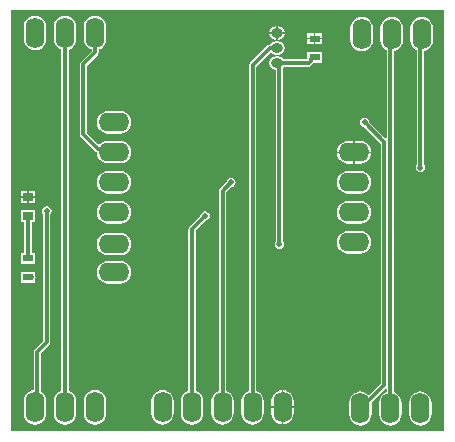
<source format=gtl>
G04*
G04 #@! TF.GenerationSoftware,Altium Limited,Altium Designer,22.7.1 (60)*
G04*
G04 Layer_Physical_Order=1*
G04 Layer_Color=255*
%FSLAX44Y44*%
%MOMM*%
G71*
G04*
G04 #@! TF.SameCoordinates,7FD8A325-ED4A-4E6D-A823-A032D3294E47*
G04*
G04*
G04 #@! TF.FilePolarity,Positive*
G04*
G01*
G75*
%ADD13R,0.9500X0.6000*%
%ADD14R,0.9500X0.7000*%
%ADD20C,0.3000*%
%ADD21O,1.6000X2.6000*%
%ADD22O,2.6000X1.6000*%
%ADD23O,1.0000X0.8000*%
%ADD24C,0.5000*%
G36*
X368441Y358441D02*
X368442Y1558D01*
X1558Y1558D01*
X1558Y358442D01*
X368441Y358441D01*
D02*
G37*
%LPC*%
G36*
X228000Y344508D02*
X227750D01*
Y339650D01*
X233459D01*
X233181Y341046D01*
X231965Y342865D01*
X230146Y344081D01*
X228000Y344508D01*
D02*
G37*
G36*
X226250D02*
X226000D01*
X223854Y344081D01*
X222035Y342865D01*
X220819Y341046D01*
X220541Y339650D01*
X226250D01*
Y344508D01*
D02*
G37*
G36*
X265000Y338700D02*
X259500D01*
Y334950D01*
X265000D01*
Y338700D01*
D02*
G37*
G36*
X258000D02*
X252500D01*
Y334950D01*
X258000D01*
Y338700D01*
D02*
G37*
G36*
X233459Y338150D02*
X227750D01*
Y333292D01*
X228000D01*
X230146Y333719D01*
X231965Y334935D01*
X233181Y336754D01*
X233459Y338150D01*
D02*
G37*
G36*
X226250D02*
X220541D01*
X220819Y336754D01*
X222035Y334935D01*
X223854Y333719D01*
X226000Y333292D01*
X226250D01*
Y338150D01*
D02*
G37*
G36*
X265000Y333450D02*
X259500D01*
Y329700D01*
X265000D01*
Y333450D01*
D02*
G37*
G36*
X258000D02*
X252500D01*
Y329700D01*
X258000D01*
Y333450D01*
D02*
G37*
G36*
X228000Y331808D02*
X226000D01*
X223854Y331381D01*
X222035Y330165D01*
X221429Y329259D01*
X221000D01*
X221000Y329259D01*
X219830Y329026D01*
X218837Y328363D01*
X218837Y328363D01*
X204037Y313563D01*
X203374Y312570D01*
X203141Y311400D01*
X203141Y311400D01*
Y36016D01*
X201409Y35298D01*
X199424Y33775D01*
X197902Y31791D01*
X196945Y29480D01*
X196618Y27000D01*
Y17000D01*
X196945Y14520D01*
X197902Y12209D01*
X199424Y10224D01*
X201409Y8702D01*
X203720Y7745D01*
X206200Y7418D01*
X208680Y7745D01*
X210991Y8702D01*
X212975Y10224D01*
X214498Y12209D01*
X215455Y14520D01*
X215782Y17000D01*
Y27000D01*
X215455Y29480D01*
X214498Y31791D01*
X212975Y33775D01*
X210991Y35298D01*
X209259Y36016D01*
Y310133D01*
X221421Y322295D01*
X222035Y322235D01*
X223854Y321019D01*
X226000Y320592D01*
X228000D01*
X230146Y321019D01*
X231965Y322235D01*
X233181Y324054D01*
X233608Y326200D01*
X233181Y328346D01*
X231965Y330165D01*
X230146Y331381D01*
X228000Y331808D01*
D02*
G37*
G36*
X22150Y353582D02*
X19670Y353256D01*
X17359Y352298D01*
X15374Y350775D01*
X13852Y348791D01*
X12895Y346480D01*
X12568Y344000D01*
Y334000D01*
X12895Y331520D01*
X13852Y329209D01*
X15374Y327225D01*
X17359Y325702D01*
X19670Y324744D01*
X22150Y324418D01*
X24630Y324744D01*
X26941Y325702D01*
X28925Y327225D01*
X30448Y329209D01*
X31405Y331520D01*
X31732Y334000D01*
Y344000D01*
X31405Y346480D01*
X30448Y348791D01*
X28925Y350775D01*
X26941Y352298D01*
X24630Y353256D01*
X22150Y353582D01*
D02*
G37*
G36*
X298600Y352582D02*
X296120Y352256D01*
X293809Y351298D01*
X291825Y349776D01*
X290302Y347791D01*
X289345Y345480D01*
X289018Y343000D01*
Y333000D01*
X289345Y330520D01*
X290302Y328209D01*
X291825Y326225D01*
X293809Y324702D01*
X296120Y323745D01*
X298600Y323418D01*
X301080Y323745D01*
X303391Y324702D01*
X305375Y326225D01*
X306898Y328209D01*
X307855Y330520D01*
X308182Y333000D01*
Y343000D01*
X307855Y345480D01*
X306898Y347791D01*
X305375Y349776D01*
X303391Y351298D01*
X301080Y352256D01*
X298600Y352582D01*
D02*
G37*
G36*
X265000Y322700D02*
X252500D01*
Y316996D01*
X252441Y316700D01*
X251217Y316559D01*
X232571D01*
X231965Y317465D01*
X230146Y318681D01*
X228000Y319108D01*
X226000D01*
X223854Y318681D01*
X222035Y317465D01*
X220819Y315646D01*
X220392Y313500D01*
X220819Y311354D01*
X222035Y309535D01*
X223854Y308319D01*
X225941Y307904D01*
Y162822D01*
X225232Y161761D01*
X224922Y160200D01*
X225232Y158639D01*
X226116Y157316D01*
X227439Y156432D01*
X229000Y156122D01*
X230561Y156432D01*
X231884Y157316D01*
X232768Y158639D01*
X233078Y160200D01*
X232768Y161761D01*
X232059Y162822D01*
Y309242D01*
X232059Y309243D01*
X232028Y309396D01*
X232771Y310441D01*
X253743D01*
X253743Y310441D01*
X254913Y310674D01*
X255905Y311337D01*
X257663Y313094D01*
X257663Y313095D01*
X258067Y313700D01*
X265000D01*
Y322700D01*
D02*
G37*
G36*
X94000Y272782D02*
X84000D01*
X81520Y272456D01*
X79209Y271498D01*
X77224Y269975D01*
X75702Y267991D01*
X74745Y265680D01*
X74418Y263200D01*
X74745Y260720D01*
X75702Y258409D01*
X77224Y256425D01*
X79209Y254902D01*
X81520Y253945D01*
X84000Y253618D01*
X94000D01*
X96480Y253945D01*
X98791Y254902D01*
X100775Y256425D01*
X102298Y258409D01*
X103256Y260720D01*
X103582Y263200D01*
X103256Y265680D01*
X102298Y267991D01*
X100775Y269975D01*
X98791Y271498D01*
X96480Y272456D01*
X94000Y272782D01*
D02*
G37*
G36*
X324000Y352582D02*
X321520Y352256D01*
X319209Y351298D01*
X317225Y349776D01*
X315702Y347791D01*
X314745Y345480D01*
X314418Y343000D01*
Y333000D01*
X314745Y330520D01*
X315702Y328209D01*
X317225Y326225D01*
X319209Y324702D01*
X319941Y324398D01*
Y250381D01*
X318671Y249855D01*
X305017Y263509D01*
X304768Y264761D01*
X303884Y266084D01*
X302561Y266968D01*
X301000Y267278D01*
X299439Y266968D01*
X298116Y266084D01*
X297232Y264761D01*
X296922Y263200D01*
X297232Y261639D01*
X298116Y260316D01*
X299439Y259432D01*
X300691Y259183D01*
X314541Y245333D01*
Y42267D01*
X305008Y32734D01*
X304375Y32775D01*
X302391Y34298D01*
X300080Y35255D01*
X297600Y35582D01*
X295120Y35255D01*
X292809Y34298D01*
X290825Y32775D01*
X289302Y30791D01*
X288344Y28480D01*
X288018Y26000D01*
Y16000D01*
X288344Y13520D01*
X289302Y11209D01*
X290825Y9225D01*
X292809Y7702D01*
X295120Y6744D01*
X297600Y6418D01*
X300080Y6744D01*
X302391Y7702D01*
X304375Y9225D01*
X305898Y11209D01*
X306855Y13520D01*
X307182Y16000D01*
Y26000D01*
X307148Y26256D01*
X307250Y26325D01*
X318671Y37745D01*
X319941Y37219D01*
Y35016D01*
X318209Y34298D01*
X316224Y32775D01*
X314702Y30791D01*
X313745Y28480D01*
X313418Y26000D01*
Y16000D01*
X313745Y13520D01*
X314702Y11209D01*
X316224Y9225D01*
X318209Y7702D01*
X320520Y6744D01*
X323000Y6418D01*
X325480Y6744D01*
X327791Y7702D01*
X329775Y9225D01*
X331298Y11209D01*
X332255Y13520D01*
X332582Y16000D01*
Y26000D01*
X332255Y28480D01*
X331298Y30791D01*
X329775Y32775D01*
X327791Y34298D01*
X326059Y35016D01*
Y323689D01*
X326480Y323745D01*
X328791Y324702D01*
X330775Y326225D01*
X332298Y328209D01*
X333256Y330520D01*
X333582Y333000D01*
Y343000D01*
X333256Y345480D01*
X332298Y347791D01*
X330775Y349776D01*
X328791Y351298D01*
X326480Y352256D01*
X324000Y352582D01*
D02*
G37*
G36*
X297200Y247382D02*
X292950D01*
Y238550D01*
X306683D01*
X306455Y240280D01*
X305498Y242591D01*
X303976Y244576D01*
X301991Y246098D01*
X299680Y247055D01*
X297200Y247382D01*
D02*
G37*
G36*
X291450D02*
X287200D01*
X284720Y247055D01*
X282409Y246098D01*
X280424Y244576D01*
X278902Y242591D01*
X277945Y240280D01*
X277717Y238550D01*
X291450D01*
Y247382D01*
D02*
G37*
G36*
X72950Y353582D02*
X70470Y353256D01*
X68159Y352298D01*
X66175Y350775D01*
X64652Y348791D01*
X63695Y346480D01*
X63368Y344000D01*
Y334000D01*
X63695Y331520D01*
X64652Y329209D01*
X66175Y327225D01*
X68159Y325702D01*
X69891Y324984D01*
Y323737D01*
X60837Y314683D01*
X60174Y313690D01*
X59941Y312520D01*
X59941Y312520D01*
Y253000D01*
X59941Y253000D01*
X60174Y251829D01*
X60837Y250837D01*
X73150Y238525D01*
X73150Y238524D01*
X74142Y237861D01*
X74471Y237796D01*
X74745Y235720D01*
X75702Y233409D01*
X77224Y231425D01*
X79209Y229902D01*
X81520Y228945D01*
X84000Y228618D01*
X94000D01*
X96480Y228945D01*
X98791Y229902D01*
X100775Y231425D01*
X102298Y233409D01*
X103256Y235720D01*
X103582Y238200D01*
X103256Y240680D01*
X102298Y242991D01*
X100775Y244975D01*
X98791Y246498D01*
X96480Y247456D01*
X94000Y247782D01*
X84000D01*
X81520Y247456D01*
X79209Y246498D01*
X77224Y244975D01*
X76997Y244679D01*
X75730Y244596D01*
X66059Y254267D01*
Y311253D01*
X75113Y320307D01*
X75113Y320307D01*
X75776Y321299D01*
X76009Y322470D01*
X76009Y322470D01*
Y324984D01*
X77741Y325702D01*
X79725Y327225D01*
X81248Y329209D01*
X82205Y331520D01*
X82532Y334000D01*
Y344000D01*
X82205Y346480D01*
X81248Y348791D01*
X79725Y350775D01*
X77741Y352298D01*
X75430Y353256D01*
X72950Y353582D01*
D02*
G37*
G36*
X306683Y237050D02*
X292950D01*
Y228218D01*
X297200D01*
X299680Y228545D01*
X301991Y229502D01*
X303976Y231025D01*
X305498Y233009D01*
X306455Y235320D01*
X306683Y237050D01*
D02*
G37*
G36*
X291450D02*
X277717D01*
X277945Y235320D01*
X278902Y233009D01*
X280424Y231025D01*
X282409Y229502D01*
X284720Y228545D01*
X287200Y228218D01*
X291450D01*
Y237050D01*
D02*
G37*
G36*
X349400Y352582D02*
X346920Y352256D01*
X344609Y351298D01*
X342625Y349776D01*
X341102Y347791D01*
X340145Y345480D01*
X339818Y343000D01*
Y333000D01*
X340145Y330520D01*
X341102Y328209D01*
X342625Y326225D01*
X344609Y324702D01*
X345341Y324398D01*
Y227622D01*
X344632Y226561D01*
X344322Y225000D01*
X344632Y223439D01*
X345516Y222116D01*
X346839Y221232D01*
X348400Y220922D01*
X349961Y221232D01*
X351284Y222116D01*
X352168Y223439D01*
X352478Y225000D01*
X352168Y226561D01*
X351459Y227622D01*
Y323689D01*
X351880Y323745D01*
X354191Y324702D01*
X356175Y326225D01*
X357698Y328209D01*
X358656Y330520D01*
X358982Y333000D01*
Y343000D01*
X358656Y345480D01*
X357698Y347791D01*
X356175Y349776D01*
X354191Y351298D01*
X351880Y352256D01*
X349400Y352582D01*
D02*
G37*
G36*
X297200Y221982D02*
X287200D01*
X284720Y221656D01*
X282409Y220698D01*
X280424Y219175D01*
X278902Y217191D01*
X277945Y214880D01*
X277618Y212400D01*
X277945Y209920D01*
X278902Y207609D01*
X280424Y205625D01*
X282409Y204102D01*
X284720Y203145D01*
X287200Y202818D01*
X297200D01*
X299680Y203145D01*
X301991Y204102D01*
X303976Y205625D01*
X305498Y207609D01*
X306455Y209920D01*
X306782Y212400D01*
X306455Y214880D01*
X305498Y217191D01*
X303976Y219175D01*
X301991Y220698D01*
X299680Y221656D01*
X297200Y221982D01*
D02*
G37*
G36*
X94000D02*
X84000D01*
X81520Y221656D01*
X79209Y220698D01*
X77224Y219175D01*
X75702Y217191D01*
X74745Y214880D01*
X74418Y212400D01*
X74745Y209920D01*
X75702Y207609D01*
X77224Y205625D01*
X79209Y204102D01*
X81520Y203145D01*
X84000Y202818D01*
X94000D01*
X96480Y203145D01*
X98791Y204102D01*
X100775Y205625D01*
X102298Y207609D01*
X103256Y209920D01*
X103582Y212400D01*
X103256Y214880D01*
X102298Y217191D01*
X100775Y219175D01*
X98791Y220698D01*
X96480Y221656D01*
X94000Y221982D01*
D02*
G37*
G36*
X22250Y205000D02*
X16750D01*
Y200750D01*
X22250D01*
Y205000D01*
D02*
G37*
G36*
X15250D02*
X9750D01*
Y200750D01*
X15250D01*
Y205000D01*
D02*
G37*
G36*
X22250Y199250D02*
X16750D01*
Y195000D01*
X22250D01*
Y199250D01*
D02*
G37*
G36*
X15250D02*
X9750D01*
Y195000D01*
X15250D01*
Y199250D01*
D02*
G37*
G36*
X297200Y196582D02*
X287200D01*
X284720Y196255D01*
X282409Y195298D01*
X280424Y193776D01*
X278902Y191791D01*
X277945Y189480D01*
X277618Y187000D01*
X277945Y184520D01*
X278902Y182209D01*
X280424Y180225D01*
X282409Y178702D01*
X284720Y177745D01*
X287200Y177418D01*
X297200D01*
X299680Y177745D01*
X301991Y178702D01*
X303976Y180225D01*
X305498Y182209D01*
X306455Y184520D01*
X306782Y187000D01*
X306455Y189480D01*
X305498Y191791D01*
X303976Y193776D01*
X301991Y195298D01*
X299680Y196255D01*
X297200Y196582D01*
D02*
G37*
G36*
X94000D02*
X84000D01*
X81520Y196255D01*
X79209Y195298D01*
X77224Y193776D01*
X75702Y191791D01*
X74745Y189480D01*
X74418Y187000D01*
X74745Y184520D01*
X75702Y182209D01*
X77224Y180225D01*
X79209Y178702D01*
X81520Y177745D01*
X84000Y177418D01*
X94000D01*
X96480Y177745D01*
X98791Y178702D01*
X100775Y180225D01*
X102298Y182209D01*
X103256Y184520D01*
X103582Y187000D01*
X103256Y189480D01*
X102298Y191791D01*
X100775Y193776D01*
X98791Y195298D01*
X96480Y196255D01*
X94000Y196582D01*
D02*
G37*
G36*
X297200Y171182D02*
X287200D01*
X284720Y170856D01*
X282409Y169898D01*
X280424Y168375D01*
X278902Y166391D01*
X277945Y164080D01*
X277618Y161600D01*
X277945Y159120D01*
X278902Y156809D01*
X280424Y154825D01*
X282409Y153302D01*
X284720Y152345D01*
X287200Y152018D01*
X297200D01*
X299680Y152345D01*
X301991Y153302D01*
X303976Y154825D01*
X305498Y156809D01*
X306455Y159120D01*
X306782Y161600D01*
X306455Y164080D01*
X305498Y166391D01*
X303976Y168375D01*
X301991Y169898D01*
X299680Y170856D01*
X297200Y171182D01*
D02*
G37*
G36*
X94000Y169782D02*
X84000D01*
X81520Y169456D01*
X79209Y168498D01*
X77224Y166975D01*
X75702Y164991D01*
X74745Y162680D01*
X74418Y160200D01*
X74745Y157720D01*
X75702Y155409D01*
X77224Y153425D01*
X79209Y151902D01*
X81520Y150945D01*
X84000Y150618D01*
X94000D01*
X96480Y150945D01*
X98791Y151902D01*
X100775Y153425D01*
X102298Y155409D01*
X103256Y157720D01*
X103582Y160200D01*
X103256Y162680D01*
X102298Y164991D01*
X100775Y166975D01*
X98791Y168498D01*
X96480Y169456D01*
X94000Y169782D01*
D02*
G37*
G36*
X22250Y189000D02*
X9750D01*
Y179000D01*
X12941D01*
Y152500D01*
X9750D01*
Y143500D01*
X22250D01*
Y152500D01*
X19059D01*
Y179000D01*
X22250D01*
Y189000D01*
D02*
G37*
G36*
Y136500D02*
X9750D01*
Y127500D01*
X22250D01*
Y130751D01*
X22522Y132120D01*
X22250Y133489D01*
Y136500D01*
D02*
G37*
G36*
X94000Y145782D02*
X84000D01*
X81520Y145456D01*
X79209Y144498D01*
X77224Y142976D01*
X75702Y140991D01*
X74745Y138680D01*
X74418Y136200D01*
X74745Y133720D01*
X75702Y131409D01*
X77224Y129425D01*
X79209Y127902D01*
X81520Y126945D01*
X84000Y126618D01*
X94000D01*
X96480Y126945D01*
X98791Y127902D01*
X100775Y129425D01*
X102298Y131409D01*
X103256Y133720D01*
X103582Y136200D01*
X103256Y138680D01*
X102298Y140991D01*
X100775Y142976D01*
X98791Y144498D01*
X96480Y145456D01*
X94000Y145782D01*
D02*
G37*
G36*
X232350Y36483D02*
Y22750D01*
X241182D01*
Y27000D01*
X240855Y29480D01*
X239898Y31791D01*
X238375Y33775D01*
X236391Y35298D01*
X234080Y36256D01*
X232350Y36483D01*
D02*
G37*
G36*
X230850D02*
X229120Y36256D01*
X226809Y35298D01*
X224825Y33775D01*
X223302Y31791D01*
X222344Y29480D01*
X222018Y27000D01*
Y22750D01*
X230850D01*
Y36483D01*
D02*
G37*
G36*
X241182Y21250D02*
X232350D01*
Y7517D01*
X234080Y7745D01*
X236391Y8702D01*
X238375Y10224D01*
X239898Y12209D01*
X240855Y14520D01*
X241182Y17000D01*
Y21250D01*
D02*
G37*
G36*
X230850D02*
X222018D01*
Y17000D01*
X222344Y14520D01*
X223302Y12209D01*
X224825Y10224D01*
X226809Y8702D01*
X229120Y7745D01*
X230850Y7517D01*
Y21250D01*
D02*
G37*
G36*
X188000Y216478D02*
X186439Y216168D01*
X185116Y215284D01*
X184232Y213961D01*
X183983Y212709D01*
X178637Y207363D01*
X177974Y206371D01*
X177741Y205200D01*
X177741Y205200D01*
Y36016D01*
X176009Y35298D01*
X174025Y33775D01*
X172502Y31791D01*
X171544Y29480D01*
X171218Y27000D01*
Y17000D01*
X171544Y14520D01*
X172502Y12209D01*
X174025Y10224D01*
X176009Y8702D01*
X178320Y7745D01*
X180800Y7418D01*
X183280Y7745D01*
X185591Y8702D01*
X187575Y10224D01*
X189098Y12209D01*
X190055Y14520D01*
X190382Y17000D01*
Y27000D01*
X190055Y29480D01*
X189098Y31791D01*
X187575Y33775D01*
X185591Y35298D01*
X183859Y36016D01*
Y203933D01*
X188309Y208383D01*
X189561Y208632D01*
X190884Y209516D01*
X191768Y210839D01*
X192078Y212400D01*
X191768Y213961D01*
X190884Y215284D01*
X189561Y216168D01*
X188000Y216478D01*
D02*
G37*
G36*
X166000Y188078D02*
X164439Y187768D01*
X163116Y186884D01*
X162232Y185561D01*
X161983Y184309D01*
X152837Y175163D01*
X152174Y174170D01*
X151941Y173000D01*
X151941Y173000D01*
Y36016D01*
X150209Y35298D01*
X148224Y33775D01*
X146702Y31791D01*
X145744Y29480D01*
X145418Y27000D01*
Y17000D01*
X145744Y14520D01*
X146702Y12209D01*
X148224Y10224D01*
X150209Y8702D01*
X152520Y7745D01*
X155000Y7418D01*
X157480Y7745D01*
X159791Y8702D01*
X161775Y10224D01*
X163298Y12209D01*
X164255Y14520D01*
X164582Y17000D01*
Y27000D01*
X164255Y29480D01*
X163298Y31791D01*
X161775Y33775D01*
X159791Y35298D01*
X158059Y36016D01*
Y171733D01*
X166309Y179983D01*
X167561Y180232D01*
X168884Y181116D01*
X169768Y182439D01*
X170078Y184000D01*
X169768Y185561D01*
X168884Y186884D01*
X167561Y187768D01*
X166000Y188078D01*
D02*
G37*
G36*
X130000Y36582D02*
X127520Y36256D01*
X125209Y35298D01*
X123224Y33775D01*
X121702Y31791D01*
X120744Y29480D01*
X120418Y27000D01*
Y17000D01*
X120744Y14520D01*
X121702Y12209D01*
X123224Y10224D01*
X125209Y8702D01*
X127520Y7745D01*
X130000Y7418D01*
X132480Y7745D01*
X134791Y8702D01*
X136775Y10224D01*
X138298Y12209D01*
X139255Y14520D01*
X139582Y17000D01*
Y27000D01*
X139255Y29480D01*
X138298Y31791D01*
X136775Y33775D01*
X134791Y35298D01*
X132480Y36256D01*
X130000Y36582D01*
D02*
G37*
G36*
X72790D02*
X70310Y36256D01*
X67999Y35298D01*
X66015Y33775D01*
X64492Y31791D01*
X63535Y29480D01*
X63208Y27000D01*
Y17000D01*
X63535Y14520D01*
X64492Y12209D01*
X66015Y10224D01*
X67999Y8702D01*
X70310Y7745D01*
X72790Y7418D01*
X75270Y7745D01*
X77581Y8702D01*
X79566Y10224D01*
X81088Y12209D01*
X82046Y14520D01*
X82372Y17000D01*
Y27000D01*
X82046Y29480D01*
X81088Y31791D01*
X79566Y33775D01*
X77581Y35298D01*
X75270Y36256D01*
X72790Y36582D01*
D02*
G37*
G36*
X47550Y353582D02*
X45070Y353256D01*
X42759Y352298D01*
X40774Y350775D01*
X39252Y348791D01*
X38294Y346480D01*
X37968Y344000D01*
Y334000D01*
X38294Y331520D01*
X39252Y329209D01*
X40774Y327225D01*
X42759Y325702D01*
X44331Y325050D01*
Y36016D01*
X42599Y35298D01*
X40615Y33775D01*
X39092Y31791D01*
X38135Y29480D01*
X37808Y27000D01*
Y17000D01*
X38135Y14520D01*
X39092Y12209D01*
X40615Y10224D01*
X42599Y8702D01*
X44910Y7745D01*
X47390Y7418D01*
X49870Y7745D01*
X52181Y8702D01*
X54166Y10224D01*
X55689Y12209D01*
X56646Y14520D01*
X56972Y17000D01*
Y27000D01*
X56646Y29480D01*
X55689Y31791D01*
X54166Y33775D01*
X52181Y35298D01*
X50449Y36016D01*
Y324918D01*
X52341Y325702D01*
X54325Y327225D01*
X55848Y329209D01*
X56805Y331520D01*
X57132Y334000D01*
Y344000D01*
X56805Y346480D01*
X55848Y348791D01*
X54325Y350775D01*
X52341Y352298D01*
X50030Y353256D01*
X47550Y353582D01*
D02*
G37*
G36*
X32000Y192078D02*
X30439Y191768D01*
X29116Y190884D01*
X28232Y189561D01*
X27922Y188000D01*
X28232Y186439D01*
X28941Y185378D01*
Y78267D01*
X21837Y71163D01*
X21174Y70170D01*
X20941Y69000D01*
X20941Y69000D01*
Y36444D01*
X19510Y36256D01*
X17199Y35298D01*
X15215Y33775D01*
X13692Y31791D01*
X12735Y29480D01*
X12408Y27000D01*
Y17000D01*
X12735Y14520D01*
X13692Y12209D01*
X15215Y10224D01*
X17199Y8702D01*
X19510Y7745D01*
X21990Y7418D01*
X24470Y7745D01*
X26781Y8702D01*
X28766Y10224D01*
X30289Y12209D01*
X31246Y14520D01*
X31572Y17000D01*
Y27000D01*
X31246Y29480D01*
X30289Y31791D01*
X28766Y33775D01*
X27059Y35085D01*
Y67733D01*
X34163Y74837D01*
X34826Y75830D01*
X35059Y77000D01*
Y185378D01*
X35768Y186439D01*
X36078Y188000D01*
X35768Y189561D01*
X34884Y190884D01*
X33561Y191768D01*
X32000Y192078D01*
D02*
G37*
G36*
X348400Y35582D02*
X345920Y35255D01*
X343609Y34298D01*
X341624Y32775D01*
X340102Y30791D01*
X339145Y28480D01*
X338818Y26000D01*
Y16000D01*
X339145Y13520D01*
X340102Y11209D01*
X341624Y9225D01*
X343609Y7702D01*
X345920Y6744D01*
X348400Y6418D01*
X350880Y6744D01*
X353191Y7702D01*
X355175Y9225D01*
X356698Y11209D01*
X357655Y13520D01*
X357982Y16000D01*
Y26000D01*
X357655Y28480D01*
X356698Y30791D01*
X355175Y32775D01*
X353191Y34298D01*
X350880Y35255D01*
X348400Y35582D01*
D02*
G37*
%LPD*%
D13*
X16000Y148000D02*
D03*
Y132000D02*
D03*
X258750Y318200D02*
D03*
Y334200D02*
D03*
D14*
X16000Y184000D02*
D03*
Y200000D02*
D03*
D20*
Y148000D02*
Y184000D01*
X227000Y313500D02*
X228957Y311543D01*
Y309286D02*
Y311543D01*
Y309286D02*
X229000Y309243D01*
Y160200D02*
Y309243D01*
X227000Y313500D02*
X253743D01*
X255500Y315257D01*
Y316700D01*
X257000Y318200D01*
X258750D01*
X348400Y337000D02*
X349400Y338000D01*
X348400Y225000D02*
Y337000D01*
X317600Y41000D02*
Y246600D01*
X301000Y263200D02*
X317600Y246600D01*
X297600Y21000D02*
Y22482D01*
X303605Y28487D01*
X305087D01*
X317600Y41000D01*
X72950Y322470D02*
Y339000D01*
X63000Y312520D02*
X72950Y322470D01*
X63000Y253000D02*
Y312520D01*
Y253000D02*
X75313Y240687D01*
X86513D02*
X89000Y238200D01*
X75313Y240687D02*
X86513D01*
X323000Y337000D02*
X324000Y338000D01*
X323000Y21000D02*
Y337000D01*
X47390Y22000D02*
Y338840D01*
X47550Y339000D01*
X21990Y22000D02*
X24000Y24010D01*
Y69000D01*
X32000Y77000D02*
Y188000D01*
X24000Y69000D02*
X32000Y77000D01*
X221000Y326200D02*
X227000D01*
X206200Y22000D02*
Y311400D01*
X221000Y326200D01*
X180800Y22000D02*
Y205200D01*
X188000Y212400D01*
X155000Y22000D02*
Y173000D01*
X166000Y184000D01*
D21*
X231600Y22000D02*
D03*
X180800D02*
D03*
X155000D02*
D03*
X130000D02*
D03*
X206200D02*
D03*
X298600Y338000D02*
D03*
X324000D02*
D03*
X349400D02*
D03*
X22150Y339000D02*
D03*
X47550D02*
D03*
X72950D02*
D03*
X72790Y22000D02*
D03*
X47390D02*
D03*
X21990D02*
D03*
X348400Y21000D02*
D03*
X323000D02*
D03*
X297600D02*
D03*
D22*
X292200Y161600D02*
D03*
Y187000D02*
D03*
Y212400D02*
D03*
Y237800D02*
D03*
X89000Y136200D02*
D03*
Y160200D02*
D03*
Y187000D02*
D03*
Y263200D02*
D03*
Y238200D02*
D03*
Y212400D02*
D03*
D23*
X227000Y338900D02*
D03*
Y326200D02*
D03*
Y313500D02*
D03*
D24*
X18444Y132120D02*
D03*
X229000Y160200D02*
D03*
X348400Y225000D02*
D03*
X301000Y263200D02*
D03*
X32000Y188000D02*
D03*
X188000Y212400D02*
D03*
X166000Y184000D02*
D03*
M02*

</source>
